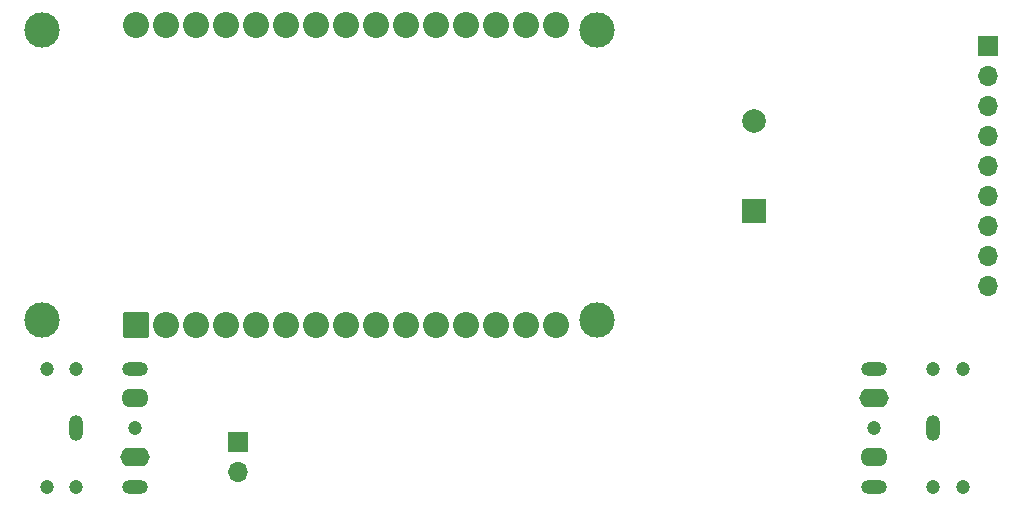
<source format=gbr>
%TF.GenerationSoftware,KiCad,Pcbnew,7.0.9*%
%TF.CreationDate,2024-12-25T11:05:57-08:00*%
%TF.ProjectId,ESP32btCWKeyBrd_Kicad Files,45535033-3262-4744-9357-4b6579427264,rev?*%
%TF.SameCoordinates,Original*%
%TF.FileFunction,Soldermask,Bot*%
%TF.FilePolarity,Negative*%
%FSLAX46Y46*%
G04 Gerber Fmt 4.6, Leading zero omitted, Abs format (unit mm)*
G04 Created by KiCad (PCBNEW 7.0.9) date 2024-12-25 11:05:57*
%MOMM*%
%LPD*%
G01*
G04 APERTURE LIST*
G04 Aperture macros list*
%AMRoundRect*
0 Rectangle with rounded corners*
0 $1 Rounding radius*
0 $2 $3 $4 $5 $6 $7 $8 $9 X,Y pos of 4 corners*
0 Add a 4 corners polygon primitive as box body*
4,1,4,$2,$3,$4,$5,$6,$7,$8,$9,$2,$3,0*
0 Add four circle primitives for the rounded corners*
1,1,$1+$1,$2,$3*
1,1,$1+$1,$4,$5*
1,1,$1+$1,$6,$7*
1,1,$1+$1,$8,$9*
0 Add four rect primitives between the rounded corners*
20,1,$1+$1,$2,$3,$4,$5,0*
20,1,$1+$1,$4,$5,$6,$7,0*
20,1,$1+$1,$6,$7,$8,$9,0*
20,1,$1+$1,$8,$9,$2,$3,0*%
G04 Aperture macros list end*
%ADD10C,1.200000*%
%ADD11O,2.200000X1.200000*%
%ADD12O,2.300000X1.600000*%
%ADD13O,1.200000X2.200000*%
%ADD14O,2.500000X1.600000*%
%ADD15R,1.700000X1.700000*%
%ADD16O,1.700000X1.700000*%
%ADD17R,2.000000X2.000000*%
%ADD18C,2.000000*%
%ADD19C,3.000000*%
%ADD20RoundRect,0.102000X1.000000X-1.000000X1.000000X1.000000X-1.000000X1.000000X-1.000000X-1.000000X0*%
%ADD21C,2.204000*%
G04 APERTURE END LIST*
D10*
%TO.C,J1*%
X98298000Y-102014000D03*
X95798000Y-102014000D03*
X103298000Y-107014000D03*
X98298000Y-112014000D03*
X95798000Y-112014000D03*
D11*
X103298000Y-102014000D03*
D12*
X103298000Y-104514000D03*
D13*
X98298000Y-107014000D03*
D11*
X103298000Y-112014000D03*
D14*
X103298000Y-109514000D03*
%TD*%
D10*
%TO.C,J3*%
X170862000Y-112014000D03*
X173362000Y-112014000D03*
X165862000Y-107014000D03*
X170862000Y-102014000D03*
X173362000Y-102014000D03*
D11*
X165862000Y-112014000D03*
D12*
X165862000Y-109514000D03*
D13*
X170862000Y-107014000D03*
D11*
X165862000Y-102014000D03*
D14*
X165862000Y-104514000D03*
%TD*%
D15*
%TO.C,J4*%
X112014000Y-108204000D03*
D16*
X112014000Y-110744000D03*
%TD*%
D17*
%TO.C,LS1*%
X155702000Y-88626000D03*
D18*
X155702000Y-81026000D03*
%TD*%
D19*
%TO.C,U1*%
X95418000Y-97878000D03*
X142368000Y-97878000D03*
X95418000Y-73368000D03*
X142368000Y-73368000D03*
D20*
X103378000Y-98298000D03*
D21*
X105918000Y-98298000D03*
X108458000Y-98298000D03*
X110998000Y-98298000D03*
X113538000Y-98298000D03*
X116078000Y-98298000D03*
X118618000Y-98298000D03*
X121158000Y-98298000D03*
X123698000Y-98298000D03*
X126238000Y-98298000D03*
X128778000Y-98298000D03*
X131318000Y-98298000D03*
X133858000Y-98298000D03*
X136398000Y-98298000D03*
X138938000Y-98298000D03*
X138938000Y-72898000D03*
X136398000Y-72898000D03*
X133858000Y-72898000D03*
X131318000Y-72898000D03*
X128778000Y-72898000D03*
X126238000Y-72898000D03*
X123698000Y-72898000D03*
X121158000Y-72898000D03*
X118618000Y-72898000D03*
X116078000Y-72898000D03*
X113538000Y-72898000D03*
X110998000Y-72898000D03*
X108458000Y-72898000D03*
X105918000Y-72898000D03*
X103378000Y-72898000D03*
%TD*%
D15*
%TO.C,J2*%
X175514000Y-74676000D03*
D16*
X175514000Y-77216000D03*
X175514000Y-79756000D03*
X175514000Y-82296000D03*
X175514000Y-84836000D03*
X175514000Y-87376000D03*
X175514000Y-89916000D03*
X175514000Y-92456000D03*
X175514000Y-94996000D03*
%TD*%
M02*

</source>
